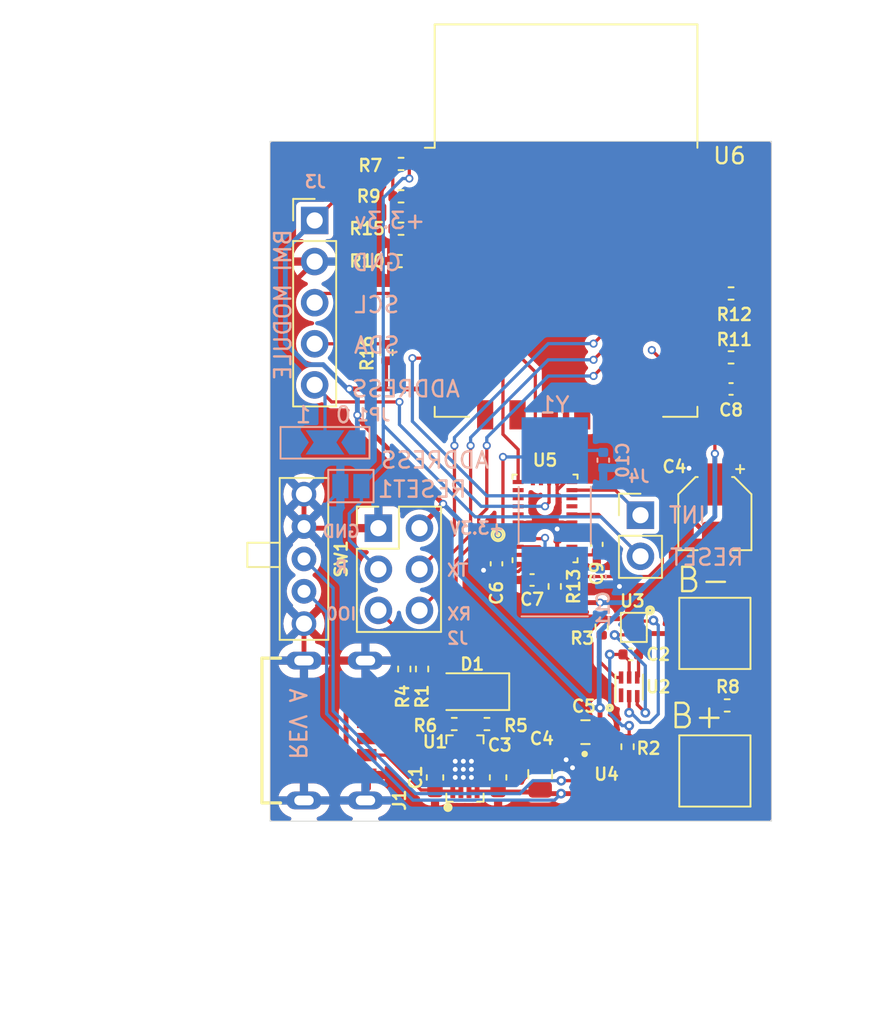
<source format=kicad_pcb>
(kicad_pcb (version 20211014) (generator pcbnew)
  (layers (0 "F.Cu" signal) (31 "B.Cu" signal) (34 "B.Paste" user) (35 "F.Paste" user) (36 "B.SilkS" user "B.Silkscreen") (37 "F.SilkS" user "F.Silkscreen") (38 "B.Mask" user) (39 "F.Mask" user) (44 "Edge.Cuts" user))
  (net 0 "")
  (net 1 "+5V")
  (net 2 "-BATT")
  (net 3 "/BAT_SENCE")
  (net 4 "CH_PROG")
  (net 5 "CS")
  (net 6 "GND")
  (net 7 "B-")
  (net 8 "+BATT")
  (net 9 "+3.3V")
  (net 10 "Net-(D1-Pad1)")
  (net 11 "/CC1")
  (net 12 "Net-(R10-Pad1)")
  (net 13 "/CC2")
  (net 14 "/RESET")
  (net 15 "/TX")
  (net 16 "/GPIO0")
  (net 17 "/RX")
  (net 18 "/H_SCL")
  (net 19 "/H_SDA")
  (net 20 "/INT")
  (net 21 "/V-")
  (net 22 "/CH_STAT")
  (net 23 "/CH_PROG")
  (net 24 "/ADC")
  (net 25 "/ESP_EN")
  (net 26 "/GPIO16")
  (net 27 "/GPIO15")
  (net 28 "/BOOTN")
  (net 29 "/REG_EN")
  (net 31 "/G_C")
  (net 32 "/G_D")
  (net 33 "/ADDRESS")
  (net 34 "/cap")
  (net 35 "Net-(C10-Pad1)")
  (net 36 "Net-(C11-Pad1)")
  (footprint "Capacitor_SMD:C_0603_1608Metric" (layer "F.Cu") (at 119.2 106.8 90)
    (fp_text reference "C1")
    (fp_text value "4.7uf")
  )
  (footprint "Capacitor_SMD:CP_Elec_4x4.5" (layer "F.Cu") (at 136.5 90.5 -90)
    (fp_text reference "C4")
    (fp_text value "1uf")
  )
  (footprint "Capacitor_SMD:C_0402_1005Metric" (layer "F.Cu") (at 137.5 82.8)
    (fp_text reference "C8")
    (fp_text value "100nf")
  )
  (footprint "Capacitor_SMD:C_0402_1005Metric" (layer "F.Cu") (at 131.3 99.2 180)
    (fp_text reference "C2")
    (fp_text value "100nf")
  )
  (footprint "Diode_SMD:D_1206_3216Metric" (layer "F.Cu") (at 121.5 101.5 180)
    (fp_text reference "D1")
    (fp_text value "c-stat")
  )
  (footprint "Connector_USB:GCT_USB4125-GF-A_REVA" (layer "F.Cu") (at 114.9 103.9 -90)
    (fp_text reference "J1")
    (fp_text value "USB4125-GF-A_REVA")
  )
  (footprint "Resistor_SMD:R_0402_1005Metric" (layer "F.Cu") (at 118.4 100.1 90)
    (fp_text reference "R1")
    (fp_text value "5.1k")
  )
  (footprint "Resistor_SMD:R_0402_1005Metric" (layer "F.Cu") (at 117.3 100.1 90)
    (fp_text reference "R4")
    (fp_text value "5.1k")
  )
  (footprint "Resistor_SMD:R_0402_1005Metric" (layer "F.Cu") (at 122.41 103.5)
    (fp_text reference "R5")
    (fp_text value "470")
  )
  (footprint "Resistor_SMD:R_0402_1005Metric" (layer "F.Cu") (at 120.39 103.5 180)
    (fp_text reference "R6")
    (fp_text value "2k")
  )
  (footprint "Resistor_SMD:R_0402_1005Metric" (layer "F.Cu") (at 117.1 68.9)
    (fp_text reference "R7")
    (fp_text value "10k")
  )
  (footprint "Resistor_SMD:R_0402_1005Metric" (layer "F.Cu") (at 117.1 70.9)
    (fp_text reference "R9")
    (fp_text value "10k")
  )
  (footprint "Resistor_SMD:R_0402_1005Metric" (layer "F.Cu") (at 117.1 72.9 180)
    (fp_text reference "R15")
    (fp_text value "2.2k")
  )
  (footprint "Resistor_SMD:R_0402_1005Metric" (layer "F.Cu") (at 116.2 80.55 -90)
    (fp_text reference "R16")
    (fp_text value "2.2k")
  )
  (footprint "Resistor_SMD:R_0402_1005Metric" (layer "F.Cu") (at 117 74.9 180)
    (fp_text reference "R10")
    (fp_text value "10k")
  )
  (footprint "Resistor_SMD:R_0402_1005Metric" (layer "F.Cu") (at 131.1 104.9 -90)
    (fp_text reference "R2")
    (fp_text value "330")
  )
  (footprint "Resistor_SMD:R_0402_1005Metric" (layer "F.Cu") (at 129.5 97.5 -90)
    (fp_text reference "R3")
    (fp_text value "2.2k")
  )
  (footprint "Button_Switch_THT:A107673" (layer "F.Cu") (at 114.1 93.3 -90)
    (fp_text reference "SW1")
    (fp_text value "SW_SPDT")
  )
  (footprint "Package_SON:WSON-6_1.5x1.5mm_P0.5mm" (layer "F.Cu") (at 131.2 101.2 90)
    (fp_text reference "U2")
    (fp_text value "BQ297xy")
  )
  (footprint "Package_DirectFET:4-XFLGA" (layer "F.Cu") (at 131.5 97.5 180)
    (fp_text reference "U3")
    (fp_text value "CSD85302L")
  )
  (footprint "Capacitor_SMD:C_0805_2012Metric" (layer "F.Cu") (at 125.7 106.6 90)
    (fp_text reference "C4")
    (fp_text value "1uf")
  )
  (footprint "Capacitor_SMD:C_0805_2012Metric" (layer "F.Cu") (at 128.5 104 180)
    (fp_text reference "C5")
    (fp_text value "1uf")
  )
  (footprint "libs:VREG_NCP170AMX300TCG" (layer "F.Cu") (at 128.1 106.6 -90)
    (fp_text reference "U4")
    (fp_text value "NCP177BMX330TCG")
  )
  (footprint "TestPoint:TestPoint_Pad_4.0x4.0mm" (layer "F.Cu") (at 136.5 97.9)
    (fp_text reference "B-")
    (fp_text value "TestPoint_Pad_4.0x4.0mm")
  )
  (footprint "TestPoint:TestPoint_Pad_4.0x4.0mm" (layer "F.Cu") (at 136.5 106.4)
    (fp_text reference "B+")
    (fp_text value "TestPoint_Pad_4.0x4.0mm")
  )
  (footprint "Connector_PinHeader_2.54mm:PinHeader_1x05_P2.54mm_Vertical" (layer "F.Cu") (at 111.76 72.39)
    (fp_text reference "J3")
    (fp_text value "PinHeader_1x05_P2.54mm_Vertical")
  )
  (footprint "Resistor_SMD:R_0402_1005Metric" (layer "F.Cu") (at 137.26 102.35 180)
    (fp_text reference "R8")
    (fp_text value "180k")
  )
  (footprint "Connector_PinHeader_2.54mm:PinHeader_1x02_P2.54mm_Vertical" (layer "F.Cu") (at 131.9 90.6)
    (fp_text reference "J4")
    (fp_text value "PinHeader_1x02_P2.54mm_Vertical")
  )
  (footprint "Capacitor_SMD:C_0603_1608Metric" (layer "F.Cu") (at 123.1 106.8 -90)
    (fp_text reference "C3")
    (fp_text value "4.7uf")
  )
  (footprint "RF_Module:ESP-12E" (layer "F.Cu") (at 127.3 72.4)
    (fp_text reference "U6")
    (fp_text value "ESP-12E")
  )
  (footprint "Package_QFP:dfn-8_wide" (layer "F.Cu") (at 121 106.4)
    (fp_text reference "U1")
    (fp_text value "dfn-8_wide")
  )
  (footprint "Resistor_SMD:R_0402_1005Metric" (layer "F.Cu") (at 137.5 80.85)
    (fp_text reference "R11")
    (fp_text value "10k")
  )
  (footprint "Resistor_SMD:R_0402_1005Metric" (layer "F.Cu") (at 137.5 76.9 180)
    (fp_text reference "R12")
    (fp_text value "10k")
  )
  (footprint "Connector_PinHeader_2.54mm:PinHeader_2x03_P2.54mm_Vertical" (layer "F.Cu") (at 115.7 91.4)
    (fp_text reference "J2")
    (fp_text value "PinHeader_2x03_P2.54mm_Vertical")
  )
  (footprint "Capacitor_SMD:C_0402_1005Metric" (layer "F.Cu") (at 129.2 92.4 -90)
    (fp_text reference "C9")
    (fp_text value "100nf")
  )
  (footprint "Package_LGA:LGA-28_5.2x3.8mm_P0.5mm" (layer "F.Cu") (at 126 90.8 90)
    (fp_text reference "U5")
    (fp_text value "BNO055")
  )
  (footprint "Capacitor_SMD:C_0402_1005Metric" (layer "F.Cu") (at 125.2 94.6)
    (fp_text reference "C7")
    (fp_text value "100nf")
  )
  (footprint "Capacitor_SMD:C_0402_1005Metric" (layer "F.Cu") (at 123 93.6 90)
    (fp_text reference "C6")
    (fp_text value "100nf")
  )
  (footprint "Resistor_SMD:R_0402_1005Metric" (layer "F.Cu") (at 126.6 95 -90)
    (fp_text reference "R13")
    (fp_text value "10k")
  )
  (footprint "Jumper:SolderJumper-2_P1.3mm_Open_Pad1.0x1.5mm" (layer "B.Cu") (at 114 88.8)
    (fp_text reference "RESET1")
    (fp_text value "SolderJumper-2_P1.3mm_Open_Pad1.0x1.5mm")
  )
  (footprint "Jumper:SolderJumper-3_P2.0mm_Open_TrianglePad1.0x1.5mm" (layer "B.Cu") (at 112.4 86.1)
    (fp_text reference "JP1")
    (fp_text value "SolderJumper-3_P2.0mm_Open_TrianglePad1.0x1.5mm")
  )
  (footprint "Crystal:Crystal_SMD_SeikoEpson_MC405-2Pin_9.6x4.1mm" (layer "B.Cu") (at 126.6 90.6 90)
    (fp_text reference "Y1")
    (fp_text value "MC-405 32.0000K-R3: PURE SN")
  )
  (footprint "Capacitor_SMD:C_0402_1005Metric" (layer "B.Cu") (at 129.4 94.4 -90)
    (fp_text reference "C11")
    (fp_text value "15pf")
  )
  (footprint "Capacitor_SMD:C_0402_1005Metric" (layer "B.Cu") (at 129.6 87.2 -90)
    (fp_text reference "C10")
    (fp_text value "15pf")
  )
  (gr_line (start 140 67.5) (end 140 96) (layer "Edge.Cuts") (width 0.05))
  (gr_line (start 109 109.5) (end 109 67.5) (layer "Edge.Cuts") (width 0.05))
  (gr_line (start 140 96) (end 140 109.5) (layer "Edge.Cuts") (width 0.05))
  (gr_line (start 109 67.5) (end 140 67.5) (layer "Edge.Cuts") (width 0.05))
  (gr_line (start 140 109.5) (end 109 109.5) (layer "Edge.Cuts") (width 0.05))
  (gr_text "GND\n" (at 113.4 91.6) (layer "B.SilkS") (effects (font (size 0.75 0.75)) (justify mirror)))
  (gr_text "INT\n" (at 134.8 90.6) (layer "B.SilkS") (effects (font (size 1 1)) (justify mirror)))
  (gr_text "RESET\n" (at 136 93.2) (layer "B.SilkS") (effects (font (size 1 1)) (justify mirror)))
  (gr_text "SCL\n" (at 115.6 77.6) (layer "B.SilkS") (effects (font (size 1 1)) (justify mirror)))
  (gr_text "IO0" (at 113.4 96.7) (layer "B.SilkS") (effects (font (size 0.75 0.75)) (justify mirror)))
  (gr_text "ADDRESS" (at 119.2 87.2) (layer "B.SilkS") (effects (font (size 1 1)) (justify mirror)))
  (gr_text "+3.3v\n" (at 116.4 72.4) (layer "B.SilkS") (effects (font (size 1 1)) (justify mirror)))
  (gr_text "TX" (at 120.6 94) (layer "B.SilkS") (effects (font (size 0.75 0.75)) (justify mirror)))
  (gr_text "+3.3V\n" (at 121.8 91.4) (layer "B.SilkS") (effects (font (size 0.75 0.75)) (justify mirror)))
  (gr_text "REV A\n" (at 110.7 103.5 270) (layer "B.SilkS") (effects (font (size 1 1)) (justify mirror)))
  (gr_text "GND\n" (at 115.6 75) (layer "B.SilkS") (effects (font (size 1 1)) (justify mirror)))
  (gr_text "R" (at 113.4 93.8) (layer "B.SilkS") (effects (font (size 0.75 0.75)) (justify mirror)))
  (gr_text "ADDRESS" (at 117.4 82.8) (layer "B.SilkS") (effects (font (size 1 1)) (justify mirror)))
  (gr_text "SDA" (at 115.6 80.1) (layer "B.SilkS") (effects (font (size 1 1)) (justify mirror)))
  (gr_text "0  1" (at 112.3 84.4) (layer "B.SilkS") (effects (font (size 1 1)) (justify mirror)))
  (gr_text "RX\n" (at 120.7 96.7) (layer "B.SilkS") (effects (font (size 0.75 0.75)) (justify mirror)))
  (gr_text "BMI MODULE" (at 109.8 77.6 90) (layer "B.SilkS") (effects (font (size 1 1)) (justify mirror)))
  (segment (start 114.98 105.42) (end 116.18 105.42) (width 0.2) (layer "F.Cu") (net 1))
  (segment (start 120.1 101.5) (end 120.1 102) (width 0.2) (layer "F.Cu") (net 1))
  (segment (start 120.3 107.7) (end 119.325 107.7) (width 0.3) (layer "F.Cu") (net 1))
  (segment (start 120.1 101.5) (end 116.18 105.42) (width 0.2) (layer "F.Cu") (net 1))
  (segment (start 120.1 101.5) (end 120.1 101.8) (width 0.2) (layer "F.Cu") (net 1))
  (segment (start 119.2 107.6) (end 119.1 107.7) (width 0.3) (layer "F.Cu") (net 1))
  (segment (start 114.08 102.38) (end 113.7 102.76) (width 0.3) (layer "F.Cu") (net 1))
  (segment (start 116.18 105.42) (end 118.335 107.575) (width 0.2) (layer "F.Cu") (net 1))
  (segment (start 118.335 107.575) (end 119.2 107.575) (width 0.2) (layer "F.Cu") (net 1))
  (segment (start 119.2 107.575) (end 118.975 107.575) (width 0.3) (layer "F.Cu") (net 1))
  (segment (start 120.8 107.7) (end 120.3 107.7) (width 0.3) (layer "F.Cu") (net 1))
  (segment (start 119.325 107.7) (end 119.2 107.575) (width 0.3) (layer "F.Cu") (net 1))
  (segment (start 113.7 102.76) (end 113.7 105.04) (width 0.3) (layer "F.Cu") (net 1))
  (segment (start 114.08 105.42) (end 114.98 105.42) (width 0.3) (layer "F.Cu") (net 1))
  (segment (start 113.7 105.04) (end 114.08 105.42) (width 0.3) (layer "F.Cu") (net 1))
  (segment (start 114.98 102.38) (end 114.08 102.38) (width 0.3) (layer "F.Cu") (net 1))
  (segment (start 131.74 99.16) (end 131.78 99.2) (width 0.2) (layer "F.Cu") (net 2))
  (segment (start 131.74 97.91) (end 136.49 97.91) (width 0.3) (layer "F.Cu") (net 2))
  (segment (start 131.78 99.2) (end 131.78 100.545) (width 0.2) (layer "F.Cu") (net 2))
  (segment (start 131.74 97.91) (end 131.74 99.16) (width 0.2) (layer "F.Cu") (net 2))
  (segment (start 136.49 97.91) (end 136.5 97.9) (width 0.3) (layer "F.Cu") (net 2))
  (segment (start 131.78 100.545) (end 131.7 100.625) (width 0.2) (layer "F.Cu") (net 2))
  (segment (start 131.2 104.29) (end 131.1 104.39) (width 0.2) (layer "F.Cu") (net 3))
  (segment (start 131.2 103.6) (end 131.2 104.29) (width 0.2) (layer "F.Cu") (net 3))
  (segment (start 131.2 100.625) (end 131.2 99.58) (width 0.2) (layer "F.Cu") (net 3))
  (segment (start 130.82 99.2) (end 130 99.2) (width 0.2) (layer "F.Cu") (net 3))
  (segment (start 131.2 99.58) (end 130.82 99.2) (width 0.2) (layer "F.Cu") (net 3))
  (via (at 131.2 103.6) (size 0.6) (drill 0.3) (layers "F.Cu" "B.Cu") (net 3))
  (via (at 130 99.2) (size 0.6) (drill 0.3) (layers "F.Cu" "B.Cu") (net 3))
  (segment (start 130.775736 103.6) (end 130 102.824264) (width 0.2) (layer "B.Cu") (net 3))
  (segment (start 130 102.824264) (end 130 99.2) (width 0.2) (layer "B.Cu") (net 3))
  (segment (start 131.2 103.6) (end 130.775736 103.6) (width 0.2) (layer "B.Cu") (net 3))
  (segment (start 131.037998 103.6) (end 131.2 103.6) (width 0.3) (layer "B.Cu") (net 3))
  (segment (start 127.25 105.65) (end 127.25 105.65) (width 0.3) (layer "F.Cu") (net 6))
  (segment (start 127.25 104.75) (end 127.25 104.3) (width 0.3) (layer "F.Cu") (net 6))
  (segment (start 127.305 105.705) (end 127.312001 105.712001) (width 0.3) (layer "F.Cu") (net 6))
  (segment (start 126.71 105.65) (end 127.25 105.65) (width 0.3) (layer "F.Cu") (net 6))
  (segment (start 127.25 105.09) (end 127.25 104.75) (width 0.3) (layer "F.Cu") (net 6))
  (segment (start 123.1 106.025) (end 121.275 106.025) (width 0.5) (layer "F.Cu") (net 6))
  (segment (start 127.312001 105.712001) (end 127.312001 105.732001) (width 0.3) (layer "F.Cu") (net 6))
  (segment (start 126.75 91.45) (end 126.75 92.55) (width 0.2) (layer "F.Cu") (net 6))
  (segment (start 121.3 104.8) (end 121.3 105.65) (width 0.3) (layer "F.Cu") (net 6))
  (segment (start 131.15 96.65) (end 130.81 96.99) (width 0.3) (layer "F.Cu") (net 6))
  (segment (start 120.4 106.25) (end 120.45 106.3) (width 0.2) (layer "F.Cu") (net 6))
  (segment (start 127.25 105.65) (end 127.305 105.705) (width 0.3) (layer "F.Cu") (net 6))
  (segment (start 133.0975 94.6975) (end 135.495 92.3) (width 0.3) (layer "F.Cu") (net 6))
  (segment (start 136.5 92.555) (end 136.5 92.3) (width 0.3) (layer "F.Cu") (net 6))
  (segment (start 131.15 96.645) (end 133.0975 94.6975) (width 0.3) (layer "F.Cu") (net 6))
  (segment (start 121.275 106.025) (end 121.05 106.25) (width 0.5) (layer "F.Cu") (net 6))
  (segment (start 131.15 97.23) (end 131.15 96.645) (width 0.3) (layer "F.Cu") (net 6))
  (segment (start 114.05 101.15) (end 113 102.2) (width 0.3) (layer "F.Cu") (net 6))
  (segment (start 134.9 82.9) (end 134.9 87.7) (width 0.3) (layer "F.Cu") (net 6))
  (segment (start 125.7 105.65) (end 126.71 105.65) (width 0.3) (layer "F.Cu") (net 6))
  (segment (start 121.3 103.9) (end 120.9 103.5) (width 0.3) (layer "F.Cu") (net 6))
  (segment (start 119.2 106.025) (end 120.825 106.025) (width 0.5) (layer "F.Cu") (net 6))
  (segment (start 131.15 97.23) (end 131.05 97.23) (width 0.3) (layer "F.Cu") (net 6))
  (segment (start 111.1 91.3) (end 109.7 92.7) (width 0.3) (layer "F.Cu") (net 6))
  (segment (start 111.89 74.8) (end 111.76 74.93) (width 0.2) (layer "F.Cu") (net 6))
  (segment (start 125.8 87.6) (end 125.75 87.65) (width 0.2) (layer "F.Cu") (net 6))
  (segment (start 114.91 99.59) (end 114.9 99.58) (width 0.2) (layer "F.Cu") (net 6))
  (segment (start 123.1 106.025) (end 125.325 106.025) (width 0.5) (layer "F.Cu") (net 6))
  (segment (start 125.325 106.025) (end 125.7 105.65) (width 0.5) (layer "F.Cu") (net 6))
  (segment (start 136.97 82.8) (end 136.97 81.84) (width 0.2) (layer "F.Cu") (net 6))
  (segment (start 110.2 76.49) (end 110.2 88.4) (width 0.3) (layer "F.Cu") (net 6))
  (segment (start 109.7 95.9) (end 109.987999 96.187999) (width 0.3) (layer "F.Cu") (net 6))
  (segment (start 116.49 74.9) (end 111.79 74.9) (width 0.2) (layer "F.Cu") (net 6))
  (segment (start 114.98 101.15) (end 114.98 99.66) (width 0.3) (layer "F.Cu") (net 6))
  (segment (start 117.3 99.59) (end 114.91 99.59) (width 0.2) (layer "F.Cu") (net 6))
  (segment (start 131.15 97.23) (end 131.15 97.2) (width 0.3) (layer "F.Cu") (net 6))
  (segment (start 126.75 87.75) (end 126.6 87.6) (width 0.2) (layer "F.Cu") (net 6))
  (segment (start 114.9 108.22) (end 111.1 108.22) (width 0.2) (layer "F.Cu") (net 6))
  (segment (start 109.987999 96.187999) (end 111.1 97.3) (width 0.3) (layer "F.Cu") (net 6))
  (segment (start 115.7 91.4) (end 111.2 91.4) (width 0.3) (layer "F.Cu") (net 6))
  (segment (start 121.3 105.65) (end 121.45 105.8) (width 0.3) (layer "F.Cu") (net 6))
  (segment (start 136.97 81.84) (end 138.01 80.8) (width 0.2) (layer "F.Cu") (net 6))
  (segment (start 114.05 106.65) (end 114.98 106.65) (width 0.3) (layer "F.Cu") (net 6))
  (segment (start 123 94.08) (end 124.3575 94.08) (width 0.2) (layer "F.Cu") (net 6))
  (segment (start 121.3 104.8) (end 121.3 103.9) (width 0.3) (layer "F.Cu") (net 6))
  (segment (start 114.98 101.15) (end 114.05 101.15) (width 0.3) (layer "F.Cu") (net 6))
  (segment (start 114.98 106.65) (end 114.98 108.14) (width 0.2) (layer "F.Cu") (net 6))
  (segment (start 124.72 93.7175) (end 124.72 94.6) (width 0.2) (layer "F.Cu") (net 6))
  (segment (start 134.9 90.7) (end 136.5 92.3) (width 0.3) (layer "F.Cu") (net 6))
  (segment (start 134.9 87.7) (end 134.9 90.7) (width 0.3) (layer "F.Cu") (net 6))
  (segment (start 129.5 96.99) (end 130.81 96.99) (width 0.3) (layer "F.Cu") (net 6))
  (segment (start 131.15 97.23) (end 131.13 97.23) (width 0.3) (layer "F.Cu") (net 6))
  (segment (start 111.1 91.3) (end 111.1 89.3) (width 0.3) (layer "F.Cu") (net 6))
  (segment (start 122.92 94) (end 123 94.08) (width 0.2) (layer "F.Cu") (net 6))
  (segment (start 128.1 106.6) (end 127.733405 106.233405) (width 0.3) (layer "F.Cu") (net 6))
  (segment (start 111.79 74.9) (end 111.76 74.93) (width 0.2) (layer "F.Cu") (net 6))
  (segment (start 125.25 93.1875) (end 124.72 93.7175) (width 0.2) (layer "F.Cu") (net 6))
  (segment (start 136.87 82.9) (end 136.97 82.8) (width 0.2) (layer "F.Cu") (net 6))
  (segment (start 127.55 98.94) (end 129.5 96.99) (width 0.3) (layer "F.Cu") (net 6))
  (segment (start 126.75 91.05) (end 126.75 91.45) (width 0.2) (layer "F.Cu") (net 6))
  (segment (start 131.15 96.645) (end 131.15 96.65) (width 0.3) (layer "F.Cu") (net 6))
  (segment (start 114.98 99.66) (end 114.9 99.58) (width 0.3) (layer "F.Cu") (net 6))
  (segment (start 126.75 88.4125) (end 126.75 89.05) (width 0.2) (layer "F.Cu") (net 6))
  (segment (start 125.75 87.65) (end 125.75 88.4125) (width 0.2) (layer "F.Cu") (net 6))
  (segment (start 129.39 97.1) (end 129.5 96.99) (width 0.2) (layer "F.Cu") (net 6))
  (segment (start 127.6625 88.55) (end 127.25 88.55) (width 0.2) (layer "F.Cu") (net 6))
  (segment (start 111.1 99.58) (end 111.1 97.3) (width 0.3) (layer "F.Cu") (net 6))
  (segment (start 110.2 88.4) (end 111.1 89.3) (width 0.3) (layer "F.Cu") (net 6))
  (segment (start 127.312001 105.732001) (end 127.733405 106.153405) (width 0.3) (layer "F.Cu") (net 6))
  (segment (start 127.25 105.65) (end 127.25 105.09) (width 0.3) (layer "F.Cu") (net 6))
  (segment (start 127.6625 93.05) (end 129.03 93.05) (width 0.2) (layer "F.Cu") (net 6))
  (segment (start 129.03 93.05) (end 129.2 92.88) (width 0.2) (layer "F.Cu") (net 6))
  (segment (start 118.4 99.59) (end 117.3 99.59) (width 0.2) (layer "F.Cu") (net 6))
  (segment (start 135.495 92.3) (end 136.5 92.3) (width 0.3) (layer "F.Cu") (net 6))
  (segment (start 127.25 88.55) (end 126.75 89.05) (width 0.2) (layer "F.Cu") (net 6))
  (segment (start 127.55 104) (end 127.55 99.25) (width 0.3) (layer "F.Cu") (net 6))
  (segment (start 109.7 92.7) (end 109.7 95.9) (width 0.3) (layer "F.Cu") (net 6))
  (segment (start 122.2 94) (end 122.92 94) (width 0.2) (layer "F.Cu") (net 6))
  (segment (start 113 102.2) (end 113 105.6) (width 0.3) (layer "F.Cu") (net 6))
  (segment (start 126.75 92.55) (end 126.75 93.1875) (width 0.2) (layer "F.Cu") (net 6))
  (segment (start 126.75 88.4125) (end 126.75 87.75) (width 0.2) (layer "F.Cu") (net 6))
  (segment (start 126.75 89.05) (end 126.75 91.05) (width 0.2) (layer "F.Cu") (net 6))
  (segment (start 113 105.6) (end 114.05 106.65) (width 0.3) (layer "F.Cu") (net 6))
  (segment (start 127.6625 93.05) (end 127.25 93.05) (width 0.2) (layer "F.Cu") (net 6))
  (segment (start 127.55 99.25) (end 127.55 98.94) (width 0.3) (layer "F.Cu") (net 6))
  (segment (start 131.05 97.23) (end 130.81 96.99) (width 0.3) (layer "F.Cu") (net 6))
  (segment (start 127.733405 106.233405) (end 127.733405 106.153405) (width 0.3) (layer "F.Cu") (net 6))
  (segment (start 114.599998 106.65) (end 114.98 106.65) (width 0.3) (layer "F.Cu") (net 6))
  (segment (start 134.9 82.9) (end 136.87 82.9) (width 0.2) (layer "F.Cu") (net 6))
  (segment (start 127.6625 91.05) (end 126.75 91.05) (width 0.2) (layer "F.Cu") (net 6))
  (segment (start 124.3375 91.05) (end 126.75 91.05) (width 0.2) (layer "F.Cu") (net 6))
  (segment (start 127.25 93.05) (end 126.75 92.55) (width 0.2) (layer "F.Cu") (net 6))
  (segment (start 114.98 108.14) (end 114.9 108.22) (width 0.2) (layer "F.Cu") (net 6))
  (segment (start 130.6 95) (end 132.795 95) (width 0.3) (layer "F.Cu") (net 6))
  (segment (start 120.825 106.025) (end 121.05 106.25) (width 0.5) (layer "F.Cu") (net 6))
  (segment (start 124.3575 94.08) (end 124.72 93.7175) (width 0.2) (layer "F.Cu") (net 6))
  (segment (start 114.9 99.58) (end 111.1 99.58) (width 0.3) (layer "F.Cu") (net 6))
  (segment (start 126.6 87.6) (end 125.8 87.6) (width 0.2) (layer "F.Cu") (net 6))
  (segment (start 111.76 74.93) (end 110.2 76.49) (width 0.3) (layer "F.Cu") (net 6))
  (segment (start 123.07 106.25) (end 123.1 106.28) (width 0.2) (layer "F.Cu") (net 6))
  (segment (start 127.25 104.3) (end 127.55 104) (width 0.3) (layer "F.Cu") (net 6))
  (segment (start 111.2 91.4) (end 111.1 91.3) (width 0.3) (layer "F.Cu") (net 6))
  (via (at 134.9 87.7) (size 0.5) (drill 0.3) (layers "F.Cu" "B.Cu") (net 6))
  (via (at 120.45 105.8) (size 0.5) (drill 0.3) (layers "F.Cu" "B.Cu") (net 6))
  (via (at 120.95 105.8) (size 0.5) (drill 0.3) (layers "F.Cu" "B.Cu") (net 6))
  (via (at 126.75 91.45) (size 0.5) (drill 0.3) (layers "F.Cu" "B.Cu") (net 6))
  (via (at 121.45 106.3) (size 0.5) (drill 0.3) (layers "F.Cu" "B.Cu") (net 6))
  (via (at 127.305 105.705) (size 0.6) (drill 0.3) (layers "F.Cu" "B.Cu") (net 6))
  (via (at 120.45 106.3) (size 0.5) (drill 0.3) (layers "F.Cu" "B.Cu") (net 6))
  (via (at 120.45 106.8) (size 0.5) (drill 0.3) (layers "F.Cu" "B.Cu") (net 6))
  (via (at 127.7 106.2) (size 0.6) (drill 0.3) (layers "F.Cu" "B.Cu") (net 6))
  (via (at 122.2 94) (size 0.5) (drill 0.3) (layers "F.Cu" "B.Cu") (net 6))
  (via (at 130.6 95) (size 0.5) (drill 0.3) (layers "F.Cu" "B.Cu") (net 6))
  (via (at 120.95 106.3) (size 0.5) (drill 0.3) (layers "F.Cu" "B.Cu") (net 6))
  (via (at 120.95 106.8) (size 0.5) (drill 0.3) (layers "F.Cu" "B.Cu") (net 6))
  (via (at 121.45 106.8) (size 0.5) (drill 0.3) (layers "F.Cu" "B.Cu") (net 6))
  (via (at 121.45 105.8) (size 0.5) (drill 0.3) (layers "F.Cu" "B.Cu") (net 6))
  (segment (start 114.9 100.25) (end 120.95 106.3) (width 0.5) (layer "B.Cu") (net 6))
  (segment (start 126.8 91.4) (end 126.8 91.2) (width 0.2) (layer "B.Cu") (net 6))
  (segment (start 123.4 91.2) (end 122.8 91.8) (width 0.2) (layer "B.Cu") (net 6))
  (segment (start 122.8 91.8) (end 122.2 92.4) (width 0.2) (layer "B.Cu") (net 6))
  (segment (start 130.48 94.88) (end 130.6 95) (width 0.2) (layer "B.Cu") (net 6))
  (segment (start 134.9 87.7) (end 134.88 87.68) (width 0.3) (layer "B.Cu") (net 6))
  (segment (start 110.4 88.6) (end 110.4 86.1) (width 0.2) (layer "B.Cu") (net 6))
  (segment (start 111.1 97.3) (end 111.1 96.871762) (width 0.2) (layer "B.Cu") (net 6))
  (segment (start 113.35 88.8) (end 113.35 89.05) (width 0.2) (layer "B.Cu") (net 6))
  (segment (start 114.9 99.58) (end 114.9 100.25) (width 0.5) (layer "B.Cu") (net 6))
  (segment (start 134.88 87.68) (end 129.6 87.68) (width 0.3) (layer "B.Cu") (net 6))
  (segment (start 129.4 94.88) (end 130.48 94.88) (width 0.2) (layer "B.Cu") (net 6))
  (segment (start 111.1 89.3) (end 110.4 88.6) (width 0.2) (layer "B.Cu") (net 6))
  (segment (start 113.35 89.05) (end 111.1 91.3) (width 0.2) (layer "B.Cu") (net 6))
  (segment (start 126.8 91.2) (end 123.4 91.2) (width 0.2) (layer "B.Cu") (net 6))
  (segment (start 122.2 92.4) (end 122.2 94) (width 0.2) (layer "B.Cu") (net 6))
  (segment (start 126.75 91.45) (end 126.8 91.4) (width 0.2) (layer "B.Cu") (net 6))
  (segment (start 121.3 107.7) (end 121.8 107.7) (width 0.3) (layer "F.Cu") (net 8))
  (segment (start 125.55 107.7) (end 125.7 107.55) (width 0.3) (layer "F.Cu") (net 8))
  (segment (start 126.991381 107.799457) (end 127.713733 107.799457) (width 0.3) (layer "F.Cu") (net 8))
  (segment (start 137.77 105.13) (end 136.5 106.4) (width 0.2) (layer "F.Cu") (net 8))
  (segment (start 125.625 107.625) (end 125.7 107.55) (width 0.3) (layer "F.Cu") (net 8))
  (segment (start 137.77 102.35) (end 137.77 105.13) (width 0.2) (layer "F.Cu") (net 8))
  (segment (start 121.8 107.7) (end 123.1 107.7) (width 0.3) (layer "F.Cu") (net 8))
  (segment (start 135.51 105.41) (end 136.5 106.4) (width 0.2) (layer "F.Cu") (net 8))
  (segment (start 131.1 105.41) (end 135.51 105.41) (width 0.2) (layer "F.Cu") (net 8))
  (segment (start 129.11319 106.4) (end 136.5 106.4) (width 0.3) (layer "F.Cu") (net 8))
  (segment (start 123.1 107.7) (end 125.55 107.7) (width 0.3) (layer "F.Cu") (net 8))
  (segment (start 125.949457 107.799457) (end 125.7 107.55) (width 0.3) (layer "F.Cu") (net 8))
  (segment (start 127.713733 107.799457) (end 129.11319 106.4) (width 0.3) (layer "F.Cu") (net 8))
  (segment (start 126.991381 107.799457) (end 125.949457 107.799457) (width 0.3) (layer "F.Cu") (net 8))
  (via (at 126.991381 107.799457) (size 0.6) (drill 0.3) (layers "F.Cu" "B.Cu") (net 8))
  (segment (start 111.2 95.3) (end 111.1 95.3) (width 0.2) (layer "B.Cu") (net 8))
  (segment (start 126.991381 107.799457) (end 126.590828 108.20001) (width 0.2) (layer "B.Cu") (net 8))
  (segment (start 117.834311 108.20001) (end 112.50001 102.865709) (width 0.2) (layer "B.Cu") (net 8))
  (segment (start 112.50001 96.60001) (end 111.2 95.3) (width 0.2) (layer "B.Cu") (net 8))
  (segment (start 112.50001 102.865709) (end 112.50001 96.60001) (width 0.2) (layer "B.Cu") (net 8))
  (segment (start 126.590828 108.20001) (end 117.834311 108.20001) (width 0.2) (layer "B.Cu") (net 8))
  (segment (start 136.5 88.7) (end 136.5 88.7) (width 0.3) (layer "F.Cu") (net 9))
  (segment (start 116.2 82.8) (end 115.45 82.8) (width 0.3) (layer "F.Cu") (net 9))
  (segment (start 125.75 94.53) (end 125.68 94.6) (width 0.2) (layer "F.Cu") (net 9))
  (segment (start 129.45 104) (end 129.45 105.17) (width 0.3) (layer "F.Cu") (net 9))
  (segment (start 116.59 69) (end 116.59 70.9) (width 0.2) (layer "F.Cu") (net 9))
  (segment (start 136.5 88.7) (end 136.5 86.8) (width 0.3) (layer "F.Cu") (net 9))
  (segment (start 115.025 69.125) (end 111.76 72.39) (width 0.2) (layer "F.Cu") (net 9))
  (segment (start 115.45 82.8) (end 113.9 82.8) (width 0.3) (layer "F.Cu") (net 9))
  (segment (start 136.5 84.425) (end 137.98 82.945) (width 0.2) (layer "F.Cu") (net 9))
  (segment (start 137.98 82.945) (end 137.98 82.8) (width 0.2) (layer "F.Cu") (net 9))
  (segment (start 115.15 69) (end 115.025 69.125) (width 0.2) (layer "F.Cu") (net 9))
  (segment (start 115.25 68.9) (end 115.025 69.125) (width 0.2) (layer "F.Cu") (net 9))
  (segment (start 127.09 96) (end 126.6 95.51) (width 0.3) (layer "F.Cu") (net 9))
  (segment (start 116.2 82.8) (end 116.2 81.3) (width 0.2) (layer "F.Cu") (net 9))
  (segment (start 125.75 92.65) (end 125.75 93.1875) (width 0.2) (layer "F.Cu") (net 9))
  (segment (start 119.6 82.8) (end 119.7 82.9) (width 0.3) (layer "F.Cu") (net 9))
  (segment (start 129.45 105.17) (end 128.466595 106.153405) (width 0.3) (layer "F.Cu") (net 9))
  (segment (start 123.57 92.55) (end 123 93.12) (width 0.2) (layer "F.Cu") (net 9))
  (segment (start 129.4 96) (end 127.09 96) (width 0.3) (layer "F.Cu") (net 9))
  (segment (start 125.91 95.51) (end 125.68 95.28) (width 0.3) (layer "F.Cu") (net 9))
  (segment (start 116.2 82.8) (end 119.6 82.8) (width 0.3) (layer "F.Cu") (net 9))
  (segment (start 114.4 84.6) (end 119.7 89.9) (width 0.3) (layer "F.Cu") (net 9))
  (segment (start 138.48 76.9) (end 138.78001 77.20001) (width 0.2) (layer "F.Cu") (net 9))
  (segment (start 126.6 95.51) (end 125.91 95.51) (width 0.3) (layer "F.Cu") (net 9))
  (segment (start 136.5 86.8) (end 136.5 84.425) (width 0.2) (layer "F.Cu") (net 9))
  (segment (start 138.78001 81.94999) (end 137.93 82.8) (width 0.2) (layer "F.Cu") (net 9))
  (segment (start 118.24 91.4) (end 118.24 91.36) (width 0.3) (layer "F.Cu") (net 9))
  (segment (start 125.68 95.28) (end 125.68 94.6) (width 0.3) (layer "F.Cu") (net 9))
  (segment (start 124.3375 92.55) (end 123.57 92.55) (width 0.2) (layer "F.Cu") (net 9))
  (segment (start 118.24 91.36) (end 119.7 89.9) (width 0.3) (layer "F.Cu") (net 9))
  (segment (start 116.59 68.9) (end 115.25 68.9) (width 0.2) (layer "F.Cu") (net 9))
  (segment (start 116.59 70.9) (end 116.59 72.9) (width 0.2) (layer "F.Cu") (net 9))
  (segment (start 124.3375 92.55) (end 125.65 92.55) (width 0.2) (layer "F.Cu") (net 9))
  (segment (start 138.21 76.9) (end 138.48 76.9) (width 0.2) (layer "F.Cu") (net 9))
  (segment (start 129.4 103.95) (end 129.45 104) (width 0.3) (layer "F.Cu") (net 9))
  (segment (start 114.4 84.413998) (end 114.4 84.6) (width 0.3) (layer "F.Cu") (net 9))
  (segment (start 125.65 92.55) (end 125.75 92.65) (width 0.2) (layer "F.Cu") (net 9))
  (segment (start 138.78001 77.20001) (end 138.78001 81.94999) (width 0.2) (layer "F.Cu") (net 9))
  (segment (start 125.75 93.1875) (end 125.75 94.53) (width 0.2) (layer "F.Cu") (net 9))
  (segment (start 129.4 102.5) (end 129.4 103.95) (width 0.3) (layer "F.Cu") (net 9))
  (via (at 119.7 89.9) (size 0.5) (drill 0.3) (layers "F.Cu" "B.Cu") (net 9))
  (via (at 129.4 102.5) (size 0.6) (drill 0.3) (layers "F.Cu" "B.Cu") (net 9))
  (via (at 114.4 84.413998) (size 0.5) (drill 0.3) (layers "F.Cu" "B.Cu") (net 9))
  (via (at 136.5 86.8) (size 0.5) (drill 0.3) (layers "F.Cu" "B.Cu") (net 9))
  (via (at 113.9 82.8) (size 0.5) (drill 0.3) (layers "F.Cu" "B.Cu") (net 9))
  (via (at 129.4 96) (size 0.5) (drill 0.3) (layers "F.Cu" "B.Cu") (net 9))
  (segment (start 119.7 89.9) (end 119.7 89.9) (width 0.3) (layer "B.Cu") (net 9))
  (segment (start 113.9 82.8) (end 113.786002 82.8) (width 0.3) (layer "B.Cu") (net 9))
  (segment (start 114.4 83.413998) (end 113.743001 82.756999) (width 0.3) (layer "B.Cu") (net 9))
  (segment (start 114.4 84.413998) (end 114.4 86.1) (width 0.3) (layer "B.Cu") (net 9))
  (segment (start 129.4 96) (end 131.175996 96) (width 0.3) (layer "B.Cu") (net 9))
  (segment (start 109.95 74.2) (end 111.76 72.39) (width 0.3) (layer "B.Cu") (net 9))
  (segment (start 120.8 91) (end 119.7 89.9) (width 0.3) (layer "B.Cu") (net 9))
  (segment (start 129.349999 97.949999) (end 129.349999 99.349999) (width 0.3) (layer "B.Cu") (net 9))
  (segment (start 129.349999 97.825997) (end 129.349999 97.949999) (width 0.3) (layer "B.Cu") (net 9))
  (segment (start 129.299998 98) (end 129.349999 97.949999) (width 0.2) (layer "B.Cu") (net 9))
  (segment (start 129.4 102.5) (end 128.975736 102.5) (width 0.3) (layer "B.Cu") (net 9))
  (segment (start 128.975736 102.5) (end 122.437868 95.962132) (width 0.3) (layer "B.Cu") (net 9))
  (segment (start 113.786002 82.8) (end 113.743001 82.756999) (width 0.3) (layer "B.Cu") (net 9))
  (segment (start 131.287998 95.887998) (end 129.349999 97.825997) (width 0.3) (layer "B.Cu") (net 9))
  (segment (start 111.273998 81.3) (end 109.95 79.976002) (width 0.3) (layer "B.Cu") (net 9))
  (segment (start 122.437868 95.962132) (end 120.8 94.324264) (width 0.3) (layer "B.Cu") (net 9))
  (segment (start 114.4 84.413998) (end 114.4 83.413998) (width 0.3) (layer "B.Cu") (net 9))
  (segment (start 112.286002 81.3) (end 111.273998 81.3) (width 0.3) (layer "B.Cu") (net 9))
  (segment (start 119.7 89.9) (end 119.7 89.94) (width 0.3) (layer "B.Cu") (net 9))
  (segment (start 136.5 86.8) (end 136.5 90.675996) (width 0.3) (layer "B.Cu") (net 9))
  (segment (start 129.349999 97.825997) (end 133.5 93.675996) (width 0.2) (layer "B.Cu") (net 9))
  (segment (start 136.5 90.675996) (end 131.287998 95.887998) (width 0.3) (layer "B.Cu") (net 9))
  (segment (start 109.95 79.976002) (end 109.95 74.2) (width 0.3) (layer "B.Cu") (net 9))
  (segment (start 113.743001 82.756999) (end 112.286002 81.3) (width 0.3) (layer "B.Cu") (net 9))
  (segment (start 129.349999 102.449999) (end 129.349999 99.349999) (width 0.3) (layer "B.Cu") (net 9))
  (segment (start 129.4 102.5) (end 129.349999 102.449999) (width 0.3) (layer "B.Cu") (net 9))
  (segment (start 120.8 94.324264) (end 120.8 91) (width 0.3) (layer "B.Cu") (net 9))
  (segment (start 131.175996 96) (end 131.287998 95.887998) (width 0.3) (layer "B.Cu") (net 9))
  (segment (start 121.8 103.6) (end 121.9 103.5) (width 0.2) (layer "F.Cu") (net 10))
  (segment (start 122.92 101.52) (end 122.9 101.5) (width 0.2) (layer "F.Cu") (net 10))
  (segment (start 122.92 103.5) (end 122.92 101.52) (width 0.2) (layer "F.Cu") (net 10))
  (segment (start 121.8 104.8) (end 121.8 103.6) (width 0.2) (layer "F.Cu") (net 10))
  (segment (start 117.3 100.61) (end 117.3 101.88) (width 0.2) (layer "F.Cu") (net 11))
  (segment (start 117.3 101.88) (end 115.78 103.4) (width 0.2) (layer "F.Cu") (net 11))
  (segment (start 115.78 103.4) (end 114.98 103.4) (width 0.2) (layer "F.Cu") (net 11))
  (segment (start 119.6 74.8) (end 119.7 74.9) (width 0.2) (layer "F.Cu") (net 12))
  (segment (start 117.51 74.9) (end 119.7 74.9) (width 0.2) (layer "F.Cu") (net 12))
  (segment (start 118.4 101.78) (end 115.78 104.4) (width 0.2) (layer "F.Cu") (net 13))
  (segment (start 115.78 104.4) (end 114.98 104.4) (width 0.2) (layer "F.Cu") (net 13))
  (segment (start 118.4 100.61) (end 118.4 101.78) (width 0.2) (layer "F.Cu") (net 13))
  (segment (start 119.7 68.9) (end 119.7 68.9) (width 0.2) (layer "F.Cu") (net 14))
  (segment (start 131.69 93.35) (end 131.9 93.14) (width 0.2) (layer "F.Cu") (net 14))
  (segment (start 117.61 69.8) (end 117.61 68.9) (width 0.2) (layer "F.Cu") (net 14))
  (segment (start 129.31 90.55) (end 131.9 93.14) (width 0.2) (layer "F.Cu") (net 14))
  (segment (start 117.61 68.9) (end 119.7 68.9) (width 0.2) (layer "F.Cu") (net 14))
  (segment (start 127.6625 90.55) (end 129.31 90.55) (width 0.2) (layer "F.Cu") (net 14))
  (via (at 117.61 69.8) (size 0.5) (drill 0.3) (layers "F.Cu" "B.Cu") (net 14))
  (segment (start 117.2 69.8) (end 116.000001 70.999999) (width 0.2) (layer "B.Cu") (net 14))
  (segment (start 116.000001 70.999999) (end 116.000001 85.024265) (width 0.2) (layer "B.Cu") (net 14))
  (segment (start 113.9 92.14) (end 115.7 93.94) (width 0.2) (layer "B.Cu") (net 14))
  (segment (start 117.61 69.8) (end 117.2 69.8) (width 0.2) (layer "B.Cu") (net 14))
  (segment (start 131.9 93.14) (end 129.46 90.7) (width 0.2) (layer "B.Cu") (net 14))
  (segment (start 114.65 89.75) (end 113.9 90.5) (width 0.2) (layer "B.Cu") (net 14))
  (segment (start 114.65 88.8) (end 114.65 89.75) (width 0.2) (layer "B.Cu") (net 14))
  (segment (start 116.000001 87.449999) (end 114.65 88.8) (width 0.2) (layer "B.Cu") (net 14))
  (segment (start 113.9 90.5) (end 113.9 92.14) (width 0.2) (layer "B.Cu") (net 14))
  (segment (start 131.9 93.14) (end 131.64 93.4) (width 0.2) (layer "B.Cu") (net 14))
  (segment (start 129.46 90.7) (end 121.675736 90.7) (width 0.2) (layer "B.Cu") (net 14))
  (segment (start 116.000001 85.024265) (end 116.000001 87.449999) (width 0.2) (layer "B.Cu") (net 14))
  (segment (start 121.675736 90.7) (end 116.000001 85.024265) (width 0.2) (layer "B.Cu") (net 14))
  (segment (start 134.9 68.9) (end 134.15 68.9) (width 0.2) (layer "F.Cu") (net 15))
  (segment (start 120.4 91.78) (end 118.24 93.94) (width 0.2) (layer "F.Cu") (net 15))
  (segment (start 129 80) (end 131 78) (width 0.2) (layer "F.Cu") (net 15))
  (segment (start 134.75 69.05) (end 134.9 68.9) (width 0.2) (layer "F.Cu") (net 15))
  (segment (start 120.4 86.3) (end 120.4 91.78) (width 0.2) (layer "F.Cu") (net 15))
  (segment (start 134.15 68.9) (end 131 72.05) (width 0.2) (layer "F.Cu") (net 15))
  (segment (start 131 72.05) (end 131 78) (width 0.2) (layer "F.Cu") (net 15))
  (via (at 129 80) (size 0.5) (drill 0.3) (layers "F.Cu" "B.Cu") (net 15))
  (via (at 120.4 86.3) (size 0.5) (drill 0.3) (layers "F.Cu" "B.Cu") (net 15))
  (segment (start 120.4 85.8) (end 126.2 80) (width 0.2) (layer "B.Cu") (net 15))
  (segment (start 126.2 80) (end 129 80) (width 0.2) (layer "B.Cu") (net 15))
  (segment (start 120.4 86.3) (end 120.4 85.8) (width 0.2) (layer "B.Cu") (net 15))
  (segment (start 121.9 90.7) (end 122.4 90.2) (width 0.2) (layer "F.Cu") (net 16))
  (segment (start 120.5 93.407106) (end 121.9 92.007106) (width 0.2) (layer "F.Cu") (net 16))
  (segment (start 134.75 77.05) (end 134.9 76.9) (width 0.2) (layer "F.Cu") (net 16))
  (segment (start 120.5 96.2) (end 120.5 93.407106) (width 0.2) (layer "F.Cu") (net 16))
  (segment (start 118.8 97.9) (end 120.5 96.2) (width 0.2) (layer "F.Cu") (net 16))
  (segment (start 134.9 76.9) (end 136.99 76.9) (width 0.2) (layer "F.Cu") (net 16))
  (segment (start 129 82) (end 134.1 76.9) (width 0.2) (layer "F.Cu") (net 16))
  (segment (start 115.7 96.48) (end 117.12 97.9) (width 0.2) (layer "F.Cu") (net 16))
  (segment (start 117.12 97.9) (end 118.8 97.9) (width 0.2) (layer "F.Cu") (net 16))
  (segment (start 134.1 76.9) (end 134.9 76.9) (width 0.2) (layer "F.Cu") (net 16))
  (segment (start 122.4 90.2) (end 122.4 86.3) (width 0.2) (layer "F.Cu") (net 16))
  (segment (start 121.9 92.007106) (end 121.9 90.7) (width 0.2) (layer "F.Cu") (net 16))
  (via (at 129 82) (size 0.5) (drill 0.3) (layers "F.Cu" "B.Cu") (net 16))
  (via (at 122.4 86.3) (size 0.5) (drill 0.3) (layers "F.Cu" "B.Cu") (net 16))
  (segment (start 126.2 82) (end 129 82) (width 0.2) (layer "B.Cu") (net 16))
  (segment (start 122.4 86.3) (end 122.4 85.8) (width 0.2) (layer "B.Cu") (net 16))
  (segment (start 122.4 85.8) (end 126.2 82) (width 0.2) (layer "B.Cu") (net 16))
  (segment (start 121.4 86.3) (end 121.4 91.8) (width 0.2) (layer "F.Cu") (net 17))
  (segment (start 121.4 91.8) (end 119.922849 93.277151) (width 0.2) (layer "F.Cu") (net 17))
  (segment (start 119.922849 94.797151) (end 118.24 96.48) (width 0.2) (layer "F.Cu") (net 17))
  (segment (start 119.922849 93.277151) (end 119.922849 94.797151) (width 0.2) (layer "F.Cu") (net 17))
  (segment (start 134.15 70.9) (end 131.8 73.25) (width 0.2) (layer "F.Cu") (net 17))
  (segment (start 129 81) (end 131.8 78.2) (width 0.2) (layer "F.Cu") (net 17))
  (segment (start 134.9 70.9) (end 134.15 70.9) (width 0.2) (layer "F.Cu") (net 17))
  (segment (start 131.8 73.25) (end 131.8 78.2) (width 0.2) (layer "F.Cu") (net 17))
  (via (at 129 81) (size 0.5) (drill 0.3) (layers "F.Cu" "B.Cu") (net 17))
  (via (at 121.4 86.3) (size 0.5) (drill 0.3) (layers "F.Cu" "B.Cu") (net 17))
  (segment (start 126.2 81) (end 129 81) (width 0.2) (layer "B.Cu") (net 17))
  (segment (start 121.4 86.3) (end 121.4 85.8) (width 0.2) (layer "B.Cu") (net 17))
  (segment (start 121.4 85.8) (end 126.2 81) (width 0.2) (layer "B.Cu") (net 17))
  (segment (start 121.6 76.9) (end 121.7 76.8) (width 0.2) (layer "F.Cu") (net 18))
  (segment (start 121.2 73.9) (end 121.7 74.4) (width 0.2) (layer "F.Cu") (net 18))
  (segment (start 125.4 81.75) (end 125.4 86) (width 0.2) (layer "F.Cu") (net 18))
  (segment (start 117.61 73.21) (end 118.3 73.9) (width 0.2) (layer "F.Cu") (net 18))
  (segment (start 119.7 76.9) (end 112.33 76.9) (width 0.2) (layer "F.Cu") (net 18))
  (segment (start 112.33 76.9) (end 111.76 77.47) (width 0.2) (layer "F.Cu") (net 18))
  (segment (start 119.7 76.9) (end 121.6 76.9) (width 0.2) (layer "F.Cu") (net 18))
  (segment (start 125.25 86.15) (end 125.4 86) (width 0.2) (layer "F.Cu") (net 18))
  (segment (start 118.3 73.9) (end 121.2 73.9) (width 0.2) (layer "F.Cu") (net 18))
  (segment (start 117.61 72.9) (end 117.61 73.21) (width 0.2) (layer "F.Cu") (net 18))
  (segment (start 125.25 88.4125) (end 125.25 86.15) (width 0.2) (layer "F.Cu") (net 18))
  (segment (start 121.7 74.4) (end 121.7 76.8) (width 0.2) (layer "F.Cu") (net 18))
  (segment (start 121.7 78.05) (end 125.4 81.75) (width 0.2) (layer "F.Cu") (net 18))
  (segment (start 121.7 76.8) (end 121.7 78.05) (width 0.2) (layer "F.Cu") (net 18))
  (segment (start 119.7 78.9) (end 121.15 78.9) (width 0.2) (layer "F.Cu") (net 19))
  (segment (start 111.76 80.01) (end 116.49 80.01) (width 0.2) (layer "F.Cu") (net 19))
  (segment (start 123.4 85.6) (end 124.2 86.4) (width 0.2) (layer "F.Cu") (net 19))
  (segment (start 121.15 78.9) (end 123.4 81.15) (width 0.2) (layer "F.Cu") (net 19))
  (segment (start 123.4 81.15) (end 123.4 85.6) (width 0.2) (layer "F.Cu") (net 19))
  (segment (start 116.49 80.01) (end 117.6 78.9) (width 0.2) (layer "F.Cu") (net 19))
  (segment (start 117.6 78.9) (end 119.7 78.9) (width 0.2) (layer "F.Cu") (net 19))
  (segment (start 124.3375 88.55) (end 124.3375 86.5375) (width 0.2) (layer "F.Cu") (net 19))
  (segment (start 124.3375 86.5375) (end 124.2 86.4) (width 0.2) (layer "F.Cu") (net 19))
  (segment (start 130.35 89.05) (end 131.9 90.6) (width 0.2) (layer "F.Cu") (net 20))
  (segment (start 117.8 80.9) (end 119.7 80.9) (width 0.2) (layer "F.Cu") (net 20))
  (segment (start 127.6625 89.05) (end 130.35 89.05) (width 0.2) (layer "F.Cu") (net 20))
  (via (at 117.8 80.9) (size 0.5) (drill 0.3) (layers "F.Cu" "B.Cu") (net 20))
  (segment (start 117.8 84.8) (end 117.8 80.9) (width 0.2) (layer "B.Cu") (net 20))
  (segment (start 122.4 89.4) (end 117.8 84.8) (width 0.2) (layer "B.Cu") (net 20))
  (segment (start 131.9 90.6) (end 130.7 89.4) (width 0.2) (layer "B.Cu") (net 20))
  (segment (start 130.7 89.4) (end 122.4 89.4) (width 0.2) (layer "B.Cu") (net 20))
  (segment (start 129.399999 98.110001) (end 129.5 98.01) (width 0.2) (layer "F.Cu") (net 21))
  (segment (start 129.399999 99.664999) (end 129.399999 98.110001) (width 0.2) (layer "F.Cu") (net 21))
  (segment (start 130.7 100.625) (end 130.36 100.625) (width 0.2) (layer "F.Cu") (net 21))
  (segment (start 130.36 100.625) (end 129.399999 99.664999) (width 0.2) (layer "F.Cu") (net 21))
  (segment (start 120.3 104.8) (end 120.3 103.92) (width 0.2) (layer "F.Cu") (net 23))
  (segment (start 120.3 103.92) (end 119.88 103.5) (width 0.2) (layer "F.Cu") (net 23))
  (segment (start 136.340002 68.05) (end 124 68.05) (width 0.2) (layer "F.Cu") (net 24))
  (segment (start 139.2 70.909998) (end 136.340002 68.05) (width 0.2) (layer "F.Cu") (net 24))
  (segment (start 136.75 102.35) (end 136.75 102.25) (width 0.2) (layer "F.Cu") (net 24))
  (segment (start 121.15 70.9) (end 119.7 70.9) (width 0.2) (layer "F.Cu") (net 24))
  (segment (start 136.75 102.25) (end 139.2 99.8) (width 0.2) (layer "F.Cu") (net 24))
  (segment (start 124 68.05) (end 121.15 70.9) (width 0.2) (layer "F.Cu") (net 24))
  (segment (start 139.2 99.8) (end 139.2 70.909998) (width 0.2) (layer "F.Cu") (net 24))
  (segment (start 117.61 71.22) (end 119.29 72.9) (width 0.2) (layer "F.Cu") (net 25))
  (segment (start 117.61 70.9) (end 117.61 71.22) (width 0.2) (layer "F.Cu") (net 25))
  (segment (start 119.29 72.9) (end 119.7 72.9) (width 0.2) (layer "F.Cu") (net 25))
  (segment (start 119.409998 72.9) (end 119.7 72.9) (width 0.2) (layer "F.Cu") (net 25))
  (segment (start 134.9 80.9) (end 137.09 80.9) (width 0.2) (layer "F.Cu") (net 27))
  (segment (start 130.909239 94.39) (end 132.417767 94.39) (width 0.2) (layer "F.Cu") (net 28))
  (segment (start 126.6 94.49) (end 126.7 94.39) (width 0.2) (layer "F.Cu") (net 28))
  (segment (start 133.25 81.05) (end 132.6 80.4) (width 0.2) (layer "F.Cu") (net 28))
  (segment (start 126.7 94.39) (end 130.290761 94.39) (width 0.2) (layer "F.Cu") (net 28))
  (segment (start 126.6 94) (end 126.6 94.49) (width 0.2) (layer "F.Cu") (net 28))
  (segment (start 130.330761 94.35) (end 130.869239 94.35) (width 0.2) (layer "F.Cu") (net 28))
  (segment (start 130.290761 94.39) (end 130.330761 94.35) (width 0.2) (layer "F.Cu") (net 28))
  (segment (start 133.25 93.557767) (end 133.25 81.05) (width 0.2) (layer "F.Cu") (net 28))
  (segment (start 126.25 93.65) (end 126.6 94) (width 0.2) (layer "F.Cu") (net 28))
  (segment (start 132.417767 94.39) (end 133.25 93.557767) (width 0.2) (layer "F.Cu") (net 28))
  (segment (start 126.25 93.1875) (end 126.25 93.65) (width 0.2) (layer "F.Cu") (net 28))
  (segment (start 130.869239 94.35) (end 130.909239 94.39) (width 0.2) (layer "F.Cu") (net 28))
  (via (at 132.6 80.4) (size 0.5) (drill 0.3) (layers "F.Cu" "B.Cu") (net 28))
  (segment (start 127.757522 107) (end 127.768761 107.011239) (width 0.2) (layer "F.Cu") (net 29))
  (segment (start 127 107) (end 127.757522 107) (width 0.2) (layer "F.Cu") (net 29))
  (via (at 127 107) (size 0.6) (drill 0.3) (layers "F.Cu" "B.Cu") (net 29))
  (segment (start 112.90002 95.10002) (end 111.1 93.3) (width 0.2) (layer "B.Cu") (net 29))
  (segment (start 118 107.8) (end 112.90002 102.70002) (width 0.2) (layer "B.Cu") (net 29))
  (segment (start 127 107) (end 125.25 107) (width 0.2) (layer "B.Cu") (net 29))
  (segment (start 125.25 107) (end 124.45 107.8) (width 0.2) (layer "B.Cu") (net 29))
  (segment (start 112.90002 102.70002) (end 112.90002 95.10002) (width 0.2) (layer "B.Cu") (net 29))
  (segment (start 124.45 107.8) (end 118 107.8) (width 0.2) (layer "B.Cu") (net 29))
  (segment (start 131.9 97.14) (end 132.66 97.14) (width 0.2) (layer "F.Cu") (net 31))
  (segment (start 131.2 101.775) (end 131.2 102.8) (width 0.2) (layer "F.Cu") (net 31))
  (segment (start 132.66 97.14) (end 132.7 97.1) (width 0.2) (layer "F.Cu") (net 31))
  (via (at 131.2 102.8) (size 0.6) (drill 0.3) (layers "F.Cu" "B.Cu") (net 31))
  (via (at 132.7 97.1) (size 0.6) (drill 0.3) (layers "F.Cu" "B.Cu") (net 31))
  (segment (start 131.2 102.8) (end 131.311998 102.8) (width 0.2) (layer "B.Cu") (net 31))
  (segment (start 132.999999 102.888003) (end 132.999999 97.399999) (width 0.2) (layer "B.Cu") (net 31))
  (segment (start 131.311998 102.8) (end 131.911999 103.400001) (width 0.2) (layer "B.Cu") (net 31))
  (segment (start 132.999999 97.399999) (end 132.7 97.1) (width 0.2) (layer "B.Cu") (net 31))
  (segment (start 131.911999 103.400001) (end 132.488001 103.400001) (width 0.2) (layer "B.Cu") (net 31))
  (segment (start 132.488001 103.400001) (end 132.999999 102.888003) (width 0.2) (layer "B.Cu") (net 31))
  (segment (start 131.7 102.3) (end 132.2 102.8) (width 0.2) (layer "F.Cu") (net 32))
  (segment (start 131.7 101.775) (end 131.7 102.3) (width 0.2) (layer "F.Cu") (net 32))
  (segment (start 131.08 97.99) (end 130.31 97.99) (width 0.2) (layer "F.Cu") (net 32))
  (segment (start 130.31 97.99) (end 130.3 98) (width 0.2) (layer "F.Cu") (net 32))
  (via (at 132.2 102.8) (size 0.6) (drill 0.3) (layers "F.Cu" "B.Cu") (net 32))
  (via (at 130.3 98) (size 0.6) (drill 0.3) (layers "F.Cu" "B.Cu") (net 32))
  (segment (start 132.2 99.9) (end 130.3 98) (width 0.2) (layer "B.Cu") (net 32))
  (segment (start 132.2 102.8) (end 132.2 99.9) (width 0.2) (layer "B.Cu") (net 32))
  (segment (start 126.25 89.8) (end 126.25 88.4125) (width 0.2) (layer "F.Cu") (net 33))
  (segment (start 117 83.6) (end 112.81 83.6) (width 0.2) (layer "F.Cu") (net 33))
  (segment (start 126 90.05) (end 126.25 89.8) (width 0.2) (layer "F.Cu") (net 33))
  (segment (start 112.81 83.6) (end 111.76 82.55) (width 0.2) (layer "F.Cu") (net 33))
  (via (at 126 90.05) (size 0.5) (drill 0.3) (layers "F.Cu" "B.Cu") (net 33))
  (via (at 117 83.6) (size 0.5) (drill 0.3) (layers "F.Cu" "B.Cu") (net 33))
  (segment (start 112.4 83.19) (end 111.76 82.55) (width 0.2) (layer "B.Cu") (net 33))
  (segment (start 112.4 86.1) (end 112.4 83.19) (width 0.2) (layer "B.Cu") (net 33))
  (segment (start 126 90.05) (end 122.05 90.05) (width 0.2) (layer "B.Cu") (net 33))
  (segment (start 122.05 90.05) (end 117 85) (width 0.2) (layer "B.Cu") (net 33))
  (segment (start 117 85) (end 117 83.6) (width 0.2) (layer "B.Cu") (net 33))
  (segment (start 128.83 91.55) (end 129.2 91.92) (width 0.2) (layer "F.Cu") (net 34))
  (segment (start 127.6625 91.55) (end 128.83 91.55) (width 0.2) (layer "F.Cu") (net 34))
  (segment (start 123.75 91.55) (end 123.4 91.2) (width 0.2) (layer "F.Cu") (net 35))
  (segment (start 123.4 91.2) (end 123.4 87) (width 0.2) (layer "F.Cu") (net 35))
  (segment (start 124.3375 91.55) (end 123.75 91.55) (width 0.2) (layer "F.Cu") (net 35))
  (via (at 123.4 87) (size 0.5) (drill 0.3) (layers "F.Cu" "B.Cu") (net 35))
  (segment (start 129.48 86.6) (end 129.6 86.72) (width 0.2) (layer "B.Cu") (net 35))
  (segment (start 126.2 87) (end 126.6 86.6) (width 0.2) (layer "B.Cu") (net 35))
  (segment (start 126.6 86.6) (end 129.48 86.6) (width 0.2) (layer "B.Cu") (net 35))
  (segment (start 123.4 87) (end 126.2 87) (width 0.2) (layer "B.Cu") (net 35))
  (segment (start 124.3375 92.05) (end 125.95 92.05) (width 0.2) (layer "F.Cu") (net 36))
  (segment (start 125.95 92.05) (end 126 92) (width 0.2) (layer "F.Cu") (net 36))
  (via (at 126 92) (size 0.5) (drill 0.3) (layers "F.Cu" "B.Cu") (net 36))
  (segment (start 127.28 93.92) (end 126.6 94.6) (width 0.2) (layer "B.Cu") (net 36))
  (segment (start 126 92) (end 126 94) (width 0.2) (layer "B.Cu") (net 36))
  (segment (start 129.4 93.92) (end 127.28 93.92) (width 0.2) (layer "B.Cu") (net 36))
  (segment (start 126 94) (end 126.6 94.6) (width 0.2) (layer "B.Cu") (net 36))
  (zone (net 6) (net_name "GND") (layers F&B.Cu) (connect_pads (clearance 0)) (min_thickness 0.254) (fill yes (thermal_gap 0.508) (thermal_bridge_width 0.508))
    (polygon (pts (xy 145.4 116.4) (xy 101.6 113.4) (xy 102.2 113.4) (xy 101.6 109.4) (xy 102.2 64.4) (xy 143.6 64.2)))
  )
)
</source>
